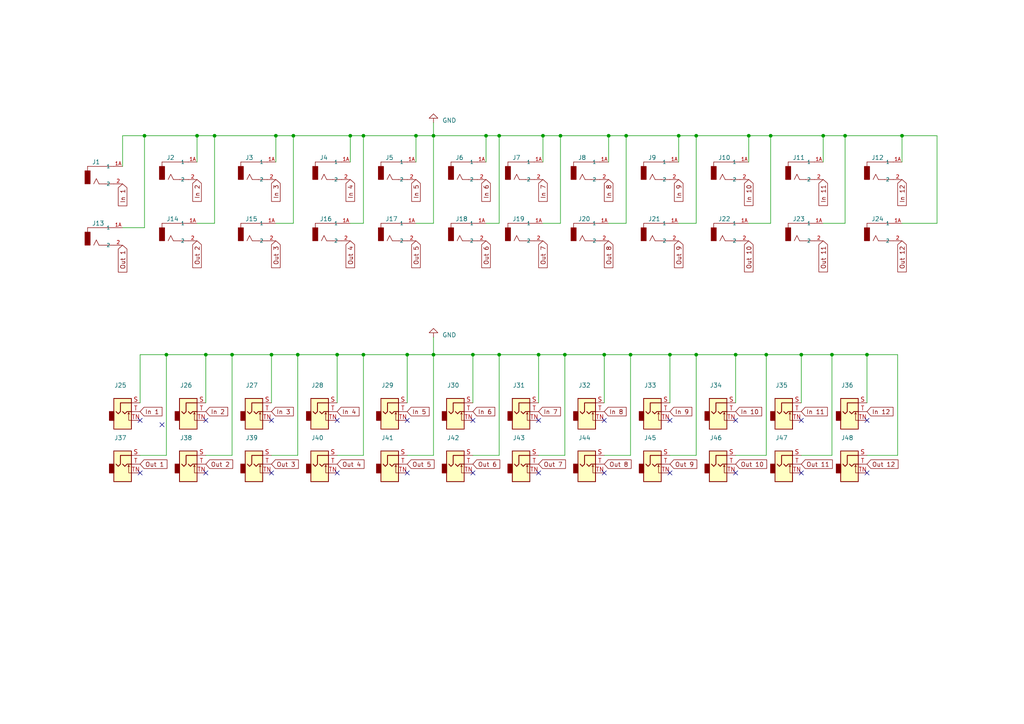
<source format=kicad_sch>
(kicad_sch (version 20230121) (generator eeschema)
  (paper "A4")
  (lib_symbols
    (symbol "Connector_Audio:AudioJack2_SwitchT"
      (property "Reference" "J" (at 0 8.89 0))
      (property "Value" "AudioJack2_SwitchT" (at 0 6.35 0))
      (symbol "AudioJack2_SwitchT_0_1"
        (rectangle (start -2.54 0) (end -3.81 -2.54) (stroke (width 0.254)) (fill (type outline)))
        (polyline (pts (xy 1.778 -0.254) (xy 2.032 -0.762)))
        (polyline (pts (xy 0 0) (xy 0.635 -0.635) (xy 1.27 0) (xy 2.54 0)) (stroke (width 0.254)))
        (polyline (pts (xy 2.54 -2.54) (xy 1.778 -2.54) (xy 1.778 -0.254) (xy 1.524 -0.762)))
        (polyline (pts (xy 2.54 2.54) (xy -0.635 2.54) (xy -0.635 0) (xy -1.27 -0.635) (xy -1.905 0)) (stroke (width 0.254)))
        (rectangle (start 2.54 3.81) (end -2.54 -5.08) (stroke (width 0.254)) (fill (type background)))
      )
      (symbol "AudioJack2_SwitchT_1_1"
        (pin passive line (at 5.08 2.54 180) (length 2.54) (name "~") (number "S"))
        (pin passive line (at 5.08 0 180) (length 2.54) (name "~") (number "T"))
        (pin passive line (at 5.08 -2.54 180) (length 2.54) (name "~") (number "TN"))
      )
    )
    (symbol "RCJ-024:RCJ-024" (pin_names (offset 1.016))
      (property "Reference" "J" (at -2.54 3.81 0))
      (property "Value" "RCJ-024" (at -2.54 -6.35 0))
      (symbol "RCJ-024_0_0"
        (rectangle (start -3.302 -2.54) (end -1.778 1.27) (fill (type outline)))
        (polyline (pts (xy -2.54 2.54) (xy -2.54 1.27)) (stroke (width 0.1524)))
        (polyline (pts (xy 0 -1.016) (xy -0.762 -2.54)) (stroke (width 0.1524)))
        (polyline (pts (xy 0.762 -2.54) (xy 0 -1.016)) (stroke (width 0.1524)))
        (polyline (pts (xy 2.54 -2.54) (xy 0.762 -2.54)) (stroke (width 0.1524)))
        (polyline (pts (xy 5.08 -2.54) (xy 2.54 -2.54)) (stroke (width 0.1524)))
        (polyline (pts (xy 5.08 2.54) (xy -2.54 2.54)) (stroke (width 0.1524)))
        (pin passive line (at 7.62 2.54 180) (length 2.54) (name "1") (number "1A"))
        (pin passive line (at 7.62 -2.54 180) (length 2.54) (name "2") (number "2"))
      )
    )
    (symbol "power:GND" (power) (pin_names (offset 0))
      (property "Value" "GND" (at 0 -3.81 0))
      (symbol "GND_0_1"
        (polyline (pts (xy 0 0) (xy 0 -1.27) (xy 1.27 -1.27) (xy 0 -2.54) (xy -1.27 -1.27) (xy 0 -1.27)))
      )
      (symbol "GND_1_1"
        (pin power_in line (at 0 0 270) (length 0) hide (name "GND") (number "1"))
      )
    )
  )
  (junction (at 201.93 39.37))
  (junction (at 182.88 102.87))
  (junction (at 101.6 39.37))
  (junction (at 196.85 39.37))
  (junction (at 181.61 39.37))
  (junction (at 86.36 102.87))
  (junction (at 217.17 39.37))
  (junction (at 59.69 102.87))
  (junction (at 67.31 102.87))
  (junction (at 261.62 39.37))
  (junction (at 238.76 39.37))
  (junction (at 175.26 102.87))
  (junction (at 48.26 102.87))
  (junction (at 41.91 39.37))
  (junction (at 241.3 102.87))
  (junction (at 232.41 102.87))
  (junction (at 162.56 39.37))
  (junction (at 245.11 39.37))
  (junction (at 222.25 102.87))
  (junction (at 194.31 102.87))
  (junction (at 163.83 102.87))
  (junction (at 157.48 39.37))
  (junction (at 201.93 102.87))
  (junction (at 97.79 102.87))
  (junction (at 120.65 39.37))
  (junction (at 105.41 102.87))
  (junction (at 223.52 39.37))
  (junction (at 144.78 102.87))
  (junction (at 78.74 102.87))
  (junction (at 85.09 39.37))
  (junction (at 105.41 39.37))
  (junction (at 140.97 39.37))
  (junction (at 251.46 102.87))
  (junction (at 125.73 39.37))
  (junction (at 118.11 102.87))
  (junction (at 57.15 39.37))
  (junction (at 80.01 39.37))
  (junction (at 137.16 102.87))
  (junction (at 156.21 102.87))
  (junction (at 62.23 39.37))
  (junction (at 144.78 39.37))
  (junction (at 176.53 39.37))
  (junction (at 125.73 102.87))
  (junction (at 213.36 102.87))
  (no_connect (at 97.79 137.16))
  (no_connect (at 156.21 121.92))
  (no_connect (at 156.21 137.16))
  (no_connect (at 232.41 121.92))
  (no_connect (at 97.79 121.92))
  (no_connect (at 59.69 121.92))
  (no_connect (at 78.74 121.92))
  (no_connect (at 194.31 137.16))
  (no_connect (at 118.11 137.16))
  (no_connect (at 213.36 121.92))
  (no_connect (at 175.26 121.92))
  (no_connect (at 137.16 137.16))
  (no_connect (at 118.11 121.92))
  (no_connect (at 46.99 123.19))
  (no_connect (at 194.31 121.92))
  (no_connect (at 59.69 137.16))
  (no_connect (at 40.64 121.92))
  (no_connect (at 213.36 137.16))
  (no_connect (at 232.41 137.16))
  (no_connect (at 78.74 137.16))
  (no_connect (at 251.46 121.92))
  (no_connect (at 40.64 137.16))
  (no_connect (at 137.16 121.92))
  (no_connect (at 175.26 137.16))
  (no_connect (at 251.46 137.16))
  (wire (pts (xy 120.65 39.37) (xy 125.73 39.37)))
  (wire (pts (xy 137.16 102.87) (xy 137.16 116.84)))
  (wire (pts (xy 182.88 102.87) (xy 194.31 102.87)))
  (wire (pts (xy 105.41 132.08) (xy 105.41 102.87)))
  (wire (pts (xy 86.36 102.87) (xy 97.79 102.87)))
  (wire (pts (xy 62.23 39.37) (xy 80.01 39.37)))
  (wire (pts (xy 157.48 39.37) (xy 144.78 39.37)))
  (wire (pts (xy 59.69 102.87) (xy 67.31 102.87)))
  (wire (pts (xy 181.61 64.77) (xy 181.61 39.37)))
  (wire (pts (xy 175.26 102.87) (xy 182.88 102.87)))
  (wire (pts (xy 162.56 39.37) (xy 157.48 39.37)))
  (wire (pts (xy 125.73 97.79) (xy 125.73 102.87)))
  (wire (pts (xy 120.65 64.77) (xy 125.73 64.77)))
  (wire (pts (xy 78.74 132.08) (xy 86.36 132.08)))
  (wire (pts (xy 86.36 132.08) (xy 86.36 102.87)))
  (wire (pts (xy 40.64 132.08) (xy 48.26 132.08)))
  (wire (pts (xy 118.11 102.87) (xy 118.11 116.84)))
  (wire (pts (xy 261.62 46.99) (xy 261.62 39.37)))
  (wire (pts (xy 118.11 132.08) (xy 125.73 132.08)))
  (wire (pts (xy 48.26 132.08) (xy 48.26 102.87)))
  (wire (pts (xy 176.53 64.77) (xy 181.61 64.77)))
  (wire (pts (xy 162.56 64.77) (xy 162.56 39.37)))
  (wire (pts (xy 260.35 102.87) (xy 251.46 102.87)))
  (wire (pts (xy 222.25 102.87) (xy 232.41 102.87)))
  (wire (pts (xy 260.35 132.08) (xy 260.35 102.87)))
  (wire (pts (xy 41.91 66.04) (xy 41.91 39.37)))
  (wire (pts (xy 140.97 39.37) (xy 125.73 39.37)))
  (wire (pts (xy 105.41 64.77) (xy 105.41 39.37)))
  (wire (pts (xy 57.15 64.77) (xy 62.23 64.77)))
  (wire (pts (xy 156.21 132.08) (xy 163.83 132.08)))
  (wire (pts (xy 137.16 132.08) (xy 144.78 132.08)))
  (wire (pts (xy 137.16 102.87) (xy 125.73 102.87)))
  (wire (pts (xy 140.97 64.77) (xy 144.78 64.77)))
  (wire (pts (xy 35.56 39.37) (xy 41.91 39.37)))
  (wire (pts (xy 78.74 102.87) (xy 86.36 102.87)))
  (wire (pts (xy 222.25 132.08) (xy 222.25 102.87)))
  (wire (pts (xy 57.15 39.37) (xy 57.15 46.99)))
  (wire (pts (xy 271.78 39.37) (xy 261.62 39.37)))
  (wire (pts (xy 144.78 102.87) (xy 156.21 102.87)))
  (wire (pts (xy 238.76 64.77) (xy 245.11 64.77)))
  (wire (pts (xy 245.11 39.37) (xy 238.76 39.37)))
  (wire (pts (xy 157.48 39.37) (xy 157.48 46.99)))
  (wire (pts (xy 163.83 102.87) (xy 175.26 102.87)))
  (wire (pts (xy 80.01 39.37) (xy 85.09 39.37)))
  (wire (pts (xy 144.78 132.08) (xy 144.78 102.87)))
  (wire (pts (xy 78.74 102.87) (xy 78.74 116.84)))
  (wire (pts (xy 125.73 35.56) (xy 125.73 39.37)))
  (wire (pts (xy 213.36 132.08) (xy 222.25 132.08)))
  (wire (pts (xy 125.73 64.77) (xy 125.73 39.37)))
  (wire (pts (xy 144.78 39.37) (xy 140.97 39.37)))
  (wire (pts (xy 140.97 39.37) (xy 140.97 46.99)))
  (wire (pts (xy 105.41 39.37) (xy 120.65 39.37)))
  (wire (pts (xy 97.79 102.87) (xy 105.41 102.87)))
  (wire (pts (xy 101.6 39.37) (xy 105.41 39.37)))
  (wire (pts (xy 175.26 132.08) (xy 182.88 132.08)))
  (wire (pts (xy 251.46 132.08) (xy 260.35 132.08)))
  (wire (pts (xy 40.64 116.84) (xy 40.64 102.87)))
  (wire (pts (xy 35.56 66.04) (xy 41.91 66.04)))
  (wire (pts (xy 232.41 102.87) (xy 232.41 116.84)))
  (wire (pts (xy 217.17 39.37) (xy 217.17 46.99)))
  (wire (pts (xy 223.52 64.77) (xy 223.52 39.37)))
  (wire (pts (xy 156.21 102.87) (xy 163.83 102.87)))
  (wire (pts (xy 182.88 132.08) (xy 182.88 102.87)))
  (wire (pts (xy 232.41 102.87) (xy 241.3 102.87)))
  (wire (pts (xy 181.61 39.37) (xy 176.53 39.37)))
  (wire (pts (xy 157.48 64.77) (xy 162.56 64.77)))
  (wire (pts (xy 261.62 39.37) (xy 245.11 39.37)))
  (wire (pts (xy 80.01 64.77) (xy 85.09 64.77)))
  (wire (pts (xy 213.36 102.87) (xy 222.25 102.87)))
  (wire (pts (xy 57.15 39.37) (xy 62.23 39.37)))
  (wire (pts (xy 217.17 64.77) (xy 223.52 64.77)))
  (wire (pts (xy 118.11 102.87) (xy 125.73 102.87)))
  (wire (pts (xy 97.79 132.08) (xy 105.41 132.08)))
  (wire (pts (xy 194.31 102.87) (xy 194.31 116.84)))
  (wire (pts (xy 176.53 39.37) (xy 162.56 39.37)))
  (wire (pts (xy 196.85 64.77) (xy 201.93 64.77)))
  (wire (pts (xy 35.56 48.26) (xy 35.56 39.37)))
  (wire (pts (xy 62.23 64.77) (xy 62.23 39.37)))
  (wire (pts (xy 59.69 102.87) (xy 59.69 116.84)))
  (wire (pts (xy 67.31 132.08) (xy 67.31 102.87)))
  (wire (pts (xy 261.62 64.77) (xy 271.78 64.77)))
  (wire (pts (xy 85.09 39.37) (xy 101.6 39.37)))
  (wire (pts (xy 40.64 102.87) (xy 48.26 102.87)))
  (wire (pts (xy 223.52 39.37) (xy 217.17 39.37)))
  (wire (pts (xy 241.3 102.87) (xy 251.46 102.87)))
  (wire (pts (xy 201.93 64.77) (xy 201.93 39.37)))
  (wire (pts (xy 194.31 102.87) (xy 201.93 102.87)))
  (wire (pts (xy 85.09 64.77) (xy 85.09 39.37)))
  (wire (pts (xy 251.46 116.84) (xy 251.46 102.87)))
  (wire (pts (xy 156.21 116.84) (xy 156.21 102.87)))
  (wire (pts (xy 41.91 39.37) (xy 57.15 39.37)))
  (wire (pts (xy 101.6 64.77) (xy 105.41 64.77)))
  (wire (pts (xy 201.93 132.08) (xy 201.93 102.87)))
  (wire (pts (xy 271.78 64.77) (xy 271.78 39.37)))
  (wire (pts (xy 196.85 39.37) (xy 196.85 46.99)))
  (wire (pts (xy 245.11 64.77) (xy 245.11 39.37)))
  (wire (pts (xy 175.26 102.87) (xy 175.26 116.84)))
  (wire (pts (xy 48.26 102.87) (xy 59.69 102.87)))
  (wire (pts (xy 144.78 64.77) (xy 144.78 39.37)))
  (wire (pts (xy 241.3 132.08) (xy 241.3 102.87)))
  (wire (pts (xy 201.93 102.87) (xy 213.36 102.87)))
  (wire (pts (xy 176.53 39.37) (xy 176.53 46.99)))
  (wire (pts (xy 120.65 46.99) (xy 120.65 39.37)))
  (wire (pts (xy 105.41 102.87) (xy 118.11 102.87)))
  (wire (pts (xy 101.6 39.37) (xy 101.6 46.99)))
  (wire (pts (xy 125.73 132.08) (xy 125.73 102.87)))
  (wire (pts (xy 213.36 102.87) (xy 213.36 116.84)))
  (wire (pts (xy 201.93 39.37) (xy 196.85 39.37)))
  (wire (pts (xy 238.76 39.37) (xy 223.52 39.37)))
  (wire (pts (xy 238.76 39.37) (xy 238.76 46.99)))
  (wire (pts (xy 232.41 132.08) (xy 241.3 132.08)))
  (wire (pts (xy 67.31 102.87) (xy 78.74 102.87)))
  (wire (pts (xy 163.83 132.08) (xy 163.83 102.87)))
  (wire (pts (xy 217.17 39.37) (xy 201.93 39.37)))
  (wire (pts (xy 196.85 39.37) (xy 181.61 39.37)))
  (wire (pts (xy 97.79 102.87) (xy 97.79 116.84)))
  (wire (pts (xy 59.69 132.08) (xy 67.31 132.08)))
  (wire (pts (xy 80.01 39.37) (xy 80.01 46.99)))
  (wire (pts (xy 194.31 132.08) (xy 201.93 132.08)))
  (wire (pts (xy 137.16 102.87) (xy 144.78 102.87)))
  (global_label "Out 5" (shape input) (at 118.11 134.62 0) (property "Intersheetrefs" "${INTERSHEET_REFS}" (effects hide)))
  (global_label "Out 12" (shape input) (at 261.62 69.85 270) (property "Intersheetrefs" "${INTERSHEET_REFS}" (effects hide)))
  (global_label "In 1" (shape input) (at 35.56 53.34 270) (property "Intersheetrefs" "${INTERSHEET_REFS}" (effects hide)))
  (global_label "In 4" (shape input) (at 101.6 52.07 270) (property "Intersheetrefs" "${INTERSHEET_REFS}" (effects hide)))
  (global_label "In 1" (shape input) (at 40.64 119.38 0) (property "Intersheetrefs" "${INTERSHEET_REFS}" (effects hide)))
  (global_label "Out 9" (shape input) (at 194.31 134.62 0) (property "Intersheetrefs" "${INTERSHEET_REFS}" (effects hide)))
  (global_label "Out 6" (shape input) (at 140.97 69.85 270) (property "Intersheetrefs" "${INTERSHEET_REFS}" (effects hide)))
  (global_label "Out 4" (shape input) (at 101.6 69.85 270) (property "Intersheetrefs" "${INTERSHEET_REFS}" (effects hide)))
  (global_label "In 5" (shape input) (at 118.11 119.38 0) (property "Intersheetrefs" "${INTERSHEET_REFS}" (effects hide)))
  (global_label "Out 5" (shape input) (at 120.65 69.85 270) (property "Intersheetrefs" "${INTERSHEET_REFS}" (effects hide)))
  (global_label "In 12" (shape input) (at 251.46 119.38 0) (property "Intersheetrefs" "${INTERSHEET_REFS}" (effects hide)))
  (global_label "Out 3" (shape input) (at 78.74 134.62 0) (property "Intersheetrefs" "${INTERSHEET_REFS}" (effects hide)))
  (global_label "In 5" (shape input) (at 120.65 52.07 270) (property "Intersheetrefs" "${INTERSHEET_REFS}" (effects hide)))
  (global_label "In 8" (shape input) (at 176.53 52.07 270) (property "Intersheetrefs" "${INTERSHEET_REFS}" (effects hide)))
  (global_label "Out 7" (shape input) (at 156.21 134.62 0) (property "Intersheetrefs" "${INTERSHEET_REFS}" (effects hide)))
  (global_label "Out 7" (shape input) (at 157.48 69.85 270) (property "Intersheetrefs" "${INTERSHEET_REFS}" (effects hide)))
  (global_label "In 3" (shape input) (at 80.01 52.07 270) (property "Intersheetrefs" "${INTERSHEET_REFS}" (effects hide)))
  (global_label "In 11" (shape input) (at 238.76 52.07 270) (property "Intersheetrefs" "${INTERSHEET_REFS}" (effects hide)))
  (global_label "In 7" (shape input) (at 157.48 52.07 270) (property "Intersheetrefs" "${INTERSHEET_REFS}" (effects hide)))
  (global_label "Out 10" (shape input) (at 213.36 134.62 0) (property "Intersheetrefs" "${INTERSHEET_REFS}" (effects hide)))
  (global_label "Out 1" (shape input) (at 35.56 71.12 270) (property "Intersheetrefs" "${INTERSHEET_REFS}" (effects hide)))
  (global_label "In 11" (shape input) (at 232.41 119.38 0) (property "Intersheetrefs" "${INTERSHEET_REFS}" (effects hide)))
  (global_label "In 4" (shape input) (at 97.79 119.38 0) (property "Intersheetrefs" "${INTERSHEET_REFS}" (effects hide)))
  (global_label "In 8" (shape input) (at 175.26 119.38 0) (property "Intersheetrefs" "${INTERSHEET_REFS}" (effects hide)))
  (global_label "Out 8" (shape input) (at 175.26 134.62 0) (property "Intersheetrefs" "${INTERSHEET_REFS}" (effects hide)))
  (global_label "In 10" (shape input) (at 213.36 119.38 0) (property "Intersheetrefs" "${INTERSHEET_REFS}" (effects hide)))
  (global_label "In 6" (shape input) (at 140.97 52.07 270) (property "Intersheetrefs" "${INTERSHEET_REFS}" (effects hide)))
  (global_label "In 6" (shape input) (at 137.16 119.38 0) (property "Intersheetrefs" "${INTERSHEET_REFS}" (effects hide)))
  (global_label "Out 1" (shape input) (at 40.64 134.62 0) (property "Intersheetrefs" "${INTERSHEET_REFS}" (effects hide)))
  (global_label "Out 2" (shape input) (at 57.15 69.85 270) (property "Intersheetrefs" "${INTERSHEET_REFS}" (effects hide)))
  (global_label "In 10" (shape input) (at 217.17 52.07 270) (property "Intersheetrefs" "${INTERSHEET_REFS}" (effects hide)))
  (global_label "In 3" (shape input) (at 78.74 119.38 0) (property "Intersheetrefs" "${INTERSHEET_REFS}" (effects hide)))
  (global_label "In 9" (shape input) (at 194.31 119.38 0) (property "Intersheetrefs" "${INTERSHEET_REFS}" (effects hide)))
  (global_label "In 2" (shape input) (at 59.69 119.38 0) (property "Intersheetrefs" "${INTERSHEET_REFS}" (effects hide)))
  (global_label "In 2" (shape input) (at 57.15 52.07 270) (property "Intersheetrefs" "${INTERSHEET_REFS}" (effects hide)))
  (global_label "Out 9" (shape input) (at 196.85 69.85 270) (property "Intersheetrefs" "${INTERSHEET_REFS}" (effects hide)))
  (global_label "Out 12" (shape input) (at 251.46 134.62 0) (property "Intersheetrefs" "${INTERSHEET_REFS}" (effects hide)))
  (global_label "In 9" (shape input) (at 196.85 52.07 270) (property "Intersheetrefs" "${INTERSHEET_REFS}" (effects hide)))
  (global_label "Out 2" (shape input) (at 59.69 134.62 0) (property "Intersheetrefs" "${INTERSHEET_REFS}" (effects hide)))
  (global_label "Out 3" (shape input) (at 80.01 69.85 270) (property "Intersheetrefs" "${INTERSHEET_REFS}" (effects hide)))
  (global_label "In 7" (shape input) (at 156.21 119.38 0) (property "Intersheetrefs" "${INTERSHEET_REFS}" (effects hide)))
  (global_label "Out 11" (shape input) (at 238.76 69.85 270) (property "Intersheetrefs" "${INTERSHEET_REFS}" (effects hide)))
  (global_label "Out 6" (shape input) (at 137.16 134.62 0) (property "Intersheetrefs" "${INTERSHEET_REFS}" (effects hide)))
  (global_label "Out 8" (shape input) (at 176.53 69.85 270) (property "Intersheetrefs" "${INTERSHEET_REFS}" (effects hide)))
  (global_label "In 12" (shape input) (at 261.62 52.07 270) (property "Intersheetrefs" "${INTERSHEET_REFS}" (effects hide)))
  (global_label "Out 4" (shape input) (at 97.79 134.62 0) (property "Intersheetrefs" "${INTERSHEET_REFS}" (effects hide)))
  (global_label "Out 11" (shape input) (at 232.41 134.62 0) (property "Intersheetrefs" "${INTERSHEET_REFS}" (effects hide)))
  (global_label "Out 10" (shape input) (at 217.17 69.85 270) (property "Intersheetrefs" "${INTERSHEET_REFS}" (effects hide)))
  (symbol (lib_id "Connector_Audio:AudioJack2_SwitchT") (at 246.38 119.38 0) (unit 1)
    (property "Reference" "J36" (at 245.745 111.76 0))
    (property "Value" "AudioJack2" (effects hide))
    (property "Footprint" "Connector_Audio:Jack_3.5mm_QingPu_WQP-PJ398SM_Vertical_CircularHoles" (effects hide))
  )
  (symbol (lib_id "power:GND") (at 125.73 97.79 180) (unit 1)
    (property "Reference" "#PWR025" (effects hide))
    (property "Value" "GND" (at 128.27 97.155 0) (effects (justify right)))
  )
  (symbol (lib_id "Connector_Audio:AudioJack2_SwitchT") (at 92.71 134.62 0) (unit 1)
    (property "Reference" "J40" (at 92.075 127 0))
    (property "Value" "AudioJack2" (effects hide))
    (property "Footprint" "Connector_Audio:Jack_3.5mm_QingPu_WQP-PJ398SM_Vertical_CircularHoles" (effects hide))
  )
  (symbol (lib_id "RCJ-024:RCJ-024") (at 168.91 67.31 0) (unit 1)
    (property "Reference" "J20" (at 167.64 63.5 0) (effects (justify left)))
    (property "Value" "Conn_Coaxial" (effects hide))
    (property "Footprint" "CUI_RCJ-024" (effects hide))
    (property "Datasheet" " ~" (effects hide))
    (property "MANUFACTURER" "CUI Inc" (effects hide))
    (property "STANDARD" "Manufacturer recommendations" (effects hide))
    (property "PART_REV" "B" (effects hide))
  )
  (symbol (lib_id "RCJ-024:RCJ-024") (at 231.14 67.31 0) (unit 1)
    (property "Reference" "J23" (at 229.87 63.5 0) (effects (justify left)))
    (property "Value" "Conn_Coaxial" (effects hide))
    (property "Footprint" "CUI_RCJ-024" (effects hide))
    (property "Datasheet" " ~" (effects hide))
    (property "MANUFACTURER" "CUI Inc" (effects hide))
    (property "STANDARD" "Manufacturer recommendations" (effects hide))
    (property "PART_REV" "B" (effects hide))
  )
  (symbol (lib_id "Connector_Audio:AudioJack2_SwitchT") (at 92.71 119.38 0) (unit 1)
    (property "Reference" "J28" (at 92.075 111.76 0))
    (property "Value" "AudioJack2" (effects hide))
    (property "Footprint" "Connector_Audio:Jack_3.5mm_QingPu_WQP-PJ398SM_Vertical_CircularHoles" (effects hide))
  )
  (symbol (lib_id "RCJ-024:RCJ-024") (at 93.98 67.31 0) (unit 1)
    (property "Reference" "J16" (at 92.71 63.5 0) (effects (justify left)))
    (property "Value" "Conn_Coaxial" (effects hide))
    (property "Footprint" "CUI_RCJ-024" (effects hide))
    (property "Datasheet" " ~" (effects hide))
    (property "MANUFACTURER" "CUI Inc" (effects hide))
    (property "STANDARD" "Manufacturer recommendations" (effects hide))
    (property "PART_REV" "B" (effects hide))
  )
  (symbol (lib_id "RCJ-024:RCJ-024") (at 72.39 49.53 0) (unit 1)
    (property "Reference" "J3" (at 71.12 45.72 0) (effects (justify left)))
    (property "Value" "Conn_Coaxial" (effects hide))
    (property "Footprint" "CUI_RCJ-024" (effects hide))
    (property "Datasheet" " ~" (effects hide))
    (property "MANUFACTURER" "CUI Inc" (effects hide))
    (property "STANDARD" "Manufacturer recommendations" (effects hide))
    (property "PART_REV" "B" (effects hide))
  )
  (symbol (lib_id "power:GND") (at 125.73 35.56 180) (unit 1)
    (property "Reference" "#PWR02" (effects hide))
    (property "Value" "GND" (at 128.27 34.925 0) (effects (justify right)))
  )
  (symbol (lib_id "Connector_Audio:AudioJack2_SwitchT") (at 189.23 134.62 0) (unit 1)
    (property "Reference" "J45" (at 188.595 127 0))
    (property "Value" "AudioJack2" (effects hide))
    (property "Footprint" "Connector_Audio:Jack_3.5mm_QingPu_WQP-PJ398SM_Vertical_CircularHoles" (effects hide))
  )
  (symbol (lib_id "RCJ-024:RCJ-024") (at 72.39 67.31 0) (unit 1)
    (property "Reference" "J15" (at 71.12 63.5 0) (effects (justify left)))
    (property "Value" "Conn_Coaxial" (effects hide))
    (property "Footprint" "CUI_RCJ-024" (effects hide))
    (property "Datasheet" " ~" (effects hide))
    (property "MANUFACTURER" "CUI Inc" (effects hide))
    (property "STANDARD" "Manufacturer recommendations" (effects hide))
    (property "PART_REV" "B" (effects hide))
  )
  (symbol (lib_id "RCJ-024:RCJ-024") (at 133.35 49.53 0) (unit 1)
    (property "Reference" "J6" (at 132.08 45.72 0) (effects (justify left)))
    (property "Value" "Conn_Coaxial" (effects hide))
    (property "Footprint" "CUI_RCJ-024" (effects hide))
    (property "Datasheet" " ~" (effects hide))
    (property "MANUFACTURER" "CUI Inc" (effects hide))
    (property "STANDARD" "Manufacturer recommendations" (effects hide))
    (property "PART_REV" "B" (effects hide))
  )
  (symbol (lib_id "RCJ-024:RCJ-024") (at 254 49.53 0) (unit 1)
    (property "Reference" "J12" (at 252.73 45.72 0) (effects (justify left)))
    (property "Value" "Conn_Coaxial" (effects hide))
    (property "Footprint" "CUI_RCJ-024" (effects hide))
    (property "Datasheet" " ~" (effects hide))
    (property "MANUFACTURER" "CUI Inc" (effects hide))
    (property "STANDARD" "Manufacturer recommendations" (effects hide))
    (property "PART_REV" "B" (effects hide))
  )
  (symbol (lib_id "RCJ-024:RCJ-024") (at 49.53 67.31 0) (unit 1)
    (property "Reference" "J14" (at 48.26 63.5 0) (effects (justify left)))
    (property "Value" "Conn_Coaxial" (effects hide))
    (property "Footprint" "CUI_RCJ-024" (effects hide))
    (property "Datasheet" " ~" (effects hide))
    (property "MANUFACTURER" "CUI Inc" (effects hide))
    (property "STANDARD" "Manufacturer recommendations" (effects hide))
    (property "PART_REV" "B" (effects hide))
  )
  (symbol (lib_id "Connector_Audio:AudioJack2_SwitchT") (at 35.56 119.38 0) (unit 1)
    (property "Reference" "J25" (at 34.925 111.76 0))
    (property "Value" "AudioJack2" (effects hide))
    (property "Footprint" "Connector_Audio:Jack_3.5mm_QingPu_WQP-PJ398SM_Vertical_CircularHoles" (effects hide))
  )
  (symbol (lib_id "RCJ-024:RCJ-024") (at 209.55 49.53 0) (unit 1)
    (property "Reference" "J10" (at 208.28 45.72 0) (effects (justify left)))
    (property "Value" "Conn_Coaxial" (effects hide))
    (property "Footprint" "CUI_RCJ-024" (effects hide))
    (property "Datasheet" " ~" (effects hide))
    (property "MANUFACTURER" "CUI Inc" (effects hide))
    (property "STANDARD" "Manufacturer recommendations" (effects hide))
    (property "PART_REV" "B" (effects hide))
  )
  (symbol (lib_id "Connector_Audio:AudioJack2_SwitchT") (at 35.56 134.62 0) (unit 1)
    (property "Reference" "J37" (at 34.925 127 0))
    (property "Value" "AudioJack2" (effects hide))
    (property "Footprint" "Connector_Audio:Jack_3.5mm_QingPu_WQP-PJ398SM_Vertical_CircularHoles" (effects hide))
  )
  (symbol (lib_id "Connector_Audio:AudioJack2_SwitchT") (at 151.13 119.38 0) (unit 1)
    (property "Reference" "J31" (at 150.495 111.76 0))
    (property "Value" "AudioJack2" (effects hide))
    (property "Footprint" "Connector_Audio:Jack_3.5mm_QingPu_WQP-PJ398SM_Vertical_CircularHoles" (effects hide))
  )
  (symbol (lib_id "RCJ-024:RCJ-024") (at 149.86 67.31 0) (unit 1)
    (property "Reference" "J19" (at 148.59 63.5 0) (effects (justify left)))
    (property "Value" "Conn_Coaxial" (effects hide))
    (property "Footprint" "CUI_RCJ-024" (effects hide))
    (property "Datasheet" " ~" (effects hide))
    (property "MANUFACTURER" "CUI Inc" (effects hide))
    (property "STANDARD" "Manufacturer recommendations" (effects hide))
    (property "PART_REV" "B" (effects hide))
  )
  (symbol (lib_id "RCJ-024:RCJ-024") (at 49.53 49.53 0) (unit 1)
    (property "Reference" "J2" (at 48.26 45.72 0) (effects (justify left)))
    (property "Value" "Conn_Coaxial" (effects hide))
    (property "Footprint" "CUI_RCJ-024" (effects hide))
    (property "Datasheet" " ~" (effects hide))
    (property "MANUFACTURER" "CUI Inc" (effects hide))
    (property "STANDARD" "Manufacturer recommendations" (effects hide))
    (property "PART_REV" "B" (effects hide))
  )
  (symbol (lib_id "Connector_Audio:AudioJack2_SwitchT") (at 151.13 134.62 0) (unit 1)
    (property "Reference" "J43" (at 150.495 127 0))
    (property "Value" "AudioJack2" (effects hide))
    (property "Footprint" "Connector_Audio:Jack_3.5mm_QingPu_WQP-PJ398SM_Vertical_CircularHoles" (effects hide))
  )
  (symbol (lib_id "Connector_Audio:AudioJack2_SwitchT") (at 73.66 134.62 0) (unit 1)
    (property "Reference" "J39" (at 73.025 127 0))
    (property "Value" "AudioJack2" (effects hide))
    (property "Footprint" "Connector_Audio:Jack_3.5mm_QingPu_WQP-PJ398SM_Vertical_CircularHoles" (effects hide))
  )
  (symbol (lib_id "Connector_Audio:AudioJack2_SwitchT") (at 113.03 119.38 0) (unit 1)
    (property "Reference" "J29" (at 112.395 111.76 0))
    (property "Value" "AudioJack2" (effects hide))
    (property "Footprint" "Connector_Audio:Jack_3.5mm_QingPu_WQP-PJ398SM_Vertical_CircularHoles" (effects hide))
  )
  (symbol (lib_id "Connector_Audio:AudioJack2_SwitchT") (at 170.18 119.38 0) (unit 1)
    (property "Reference" "J32" (at 169.545 111.76 0))
    (property "Value" "AudioJack2" (effects hide))
    (property "Footprint" "Connector_Audio:Jack_3.5mm_QingPu_WQP-PJ398SM_Vertical_CircularHoles" (effects hide))
  )
  (symbol (lib_id "Connector_Audio:AudioJack2_SwitchT") (at 73.66 119.38 0) (unit 1)
    (property "Reference" "J27" (at 73.025 111.76 0))
    (property "Value" "AudioJack2" (effects hide))
    (property "Footprint" "Connector_Audio:Jack_3.5mm_QingPu_WQP-PJ398SM_Vertical_CircularHoles" (effects hide))
  )
  (symbol (lib_id "Connector_Audio:AudioJack2_SwitchT") (at 189.23 119.38 0) (unit 1)
    (property "Reference" "J33" (at 188.595 111.76 0))
    (property "Value" "AudioJack2" (effects hide))
    (property "Footprint" "Connector_Audio:Jack_3.5mm_QingPu_WQP-PJ398SM_Vertical_CircularHoles" (effects hide))
  )
  (symbol (lib_id "RCJ-024:RCJ-024") (at 189.23 49.53 0) (unit 1)
    (property "Reference" "J9" (at 187.96 45.72 0) (effects (justify left)))
    (property "Value" "Conn_Coaxial" (effects hide))
    (property "Footprint" "CUI_RCJ-024" (effects hide))
    (property "Datasheet" " ~" (effects hide))
    (property "MANUFACTURER" "CUI Inc" (effects hide))
    (property "STANDARD" "Manufacturer recommendations" (effects hide))
    (property "PART_REV" "B" (effects hide))
  )
  (symbol (lib_id "Connector_Audio:AudioJack2_SwitchT") (at 54.61 119.38 0) (unit 1)
    (property "Reference" "J26" (at 53.975 111.76 0))
    (property "Value" "AudioJack2" (effects hide))
    (property "Footprint" "Connector_Audio:Jack_3.5mm_QingPu_WQP-PJ398SM_Vertical_CircularHoles" (effects hide))
  )
  (symbol (lib_id "RCJ-024:RCJ-024") (at 254 67.31 0) (unit 1)
    (property "Reference" "J24" (at 252.73 63.5 0) (effects (justify left)))
    (property "Value" "Conn_Coaxial" (effects hide))
    (property "Footprint" "CUI_RCJ-024" (effects hide))
    (property "Datasheet" " ~" (effects hide))
    (property "MANUFACTURER" "CUI Inc" (effects hide))
    (property "STANDARD" "Manufacturer recommendations" (effects hide))
    (property "PART_REV" "B" (effects hide))
  )
  (symbol (lib_id "RCJ-024:RCJ-024") (at 113.03 49.53 0) (unit 1)
    (property "Reference" "J5" (at 111.76 45.72 0) (effects (justify left)))
    (property "Value" "Conn_Coaxial" (effects hide))
    (property "Footprint" "CUI_RCJ-024" (effects hide))
    (property "Datasheet" " ~" (effects hide))
    (property "MANUFACTURER" "CUI Inc" (effects hide))
    (property "STANDARD" "Manufacturer recommendations" (effects hide))
    (property "PART_REV" "B" (effects hide))
  )
  (symbol (lib_id "RCJ-024:RCJ-024") (at 231.14 49.53 0) (unit 1)
    (property "Reference" "J11" (at 229.87 45.72 0) (effects (justify left)))
    (property "Value" "Conn_Coaxial" (effects hide))
    (property "Footprint" "CUI_RCJ-024" (effects hide))
    (property "Datasheet" " ~" (effects hide))
    (property "MANUFACTURER" "CUI Inc" (effects hide))
    (property "STANDARD" "Manufacturer recommendations" (effects hide))
    (property "PART_REV" "B" (effects hide))
  )
  (symbol (lib_id "Connector_Audio:AudioJack2_SwitchT") (at 113.03 134.62 0) (unit 1)
    (property "Reference" "J41" (at 112.395 127 0))
    (property "Value" "AudioJack2" (effects hide))
    (property "Footprint" "Connector_Audio:Jack_3.5mm_QingPu_WQP-PJ398SM_Vertical_CircularHoles" (effects hide))
  )
  (symbol (lib_id "RCJ-024:RCJ-024") (at 189.23 67.31 0) (unit 1)
    (property "Reference" "J21" (at 187.96 63.5 0) (effects (justify left)))
    (property "Value" "Conn_Coaxial" (effects hide))
    (property "Footprint" "CUI_RCJ-024" (effects hide))
    (property "Datasheet" " ~" (effects hide))
    (property "MANUFACTURER" "CUI Inc" (effects hide))
    (property "STANDARD" "Manufacturer recommendations" (effects hide))
    (property "PART_REV" "B" (effects hide))
  )
  (symbol (lib_id "RCJ-024:RCJ-024") (at 133.35 67.31 0) (unit 1)
    (property "Reference" "J18" (at 132.08 63.5 0) (effects (justify left)))
    (property "Value" "Conn_Coaxial" (effects hide))
    (property "Footprint" "CUI_RCJ-024" (effects hide))
    (property "Datasheet" " ~" (effects hide))
    (property "MANUFACTURER" "CUI Inc" (effects hide))
    (property "STANDARD" "Manufacturer recommendations" (effects hide))
    (property "PART_REV" "B" (effects hide))
  )
  (symbol (lib_id "Connector_Audio:AudioJack2_SwitchT") (at 132.08 134.62 0) (unit 1)
    (property "Reference" "J42" (at 131.445 127 0))
    (property "Value" "AudioJack2" (effects hide))
    (property "Footprint" "Connector_Audio:Jack_3.5mm_QingPu_WQP-PJ398SM_Vertical_CircularHoles" (effects hide))
  )
  (symbol (lib_id "Connector_Audio:AudioJack2_SwitchT") (at 227.33 119.38 0) (unit 1)
    (property "Reference" "J35" (at 226.695 111.76 0))
    (property "Value" "AudioJack2" (effects hide))
    (property "Footprint" "Connector_Audio:Jack_3.5mm_QingPu_WQP-PJ398SM_Vertical_CircularHoles" (effects hide))
  )
  (symbol (lib_id "RCJ-024:RCJ-024") (at 27.94 50.8 0) (unit 1)
    (property "Reference" "J1" (at 26.67 46.99 0) (effects (justify left)))
    (property "Value" "Conn_Coaxial" (effects hide))
    (property "Footprint" "CUI_RCJ-024" (effects hide))
    (property "Datasheet" " ~" (effects hide))
    (property "MANUFACTURER" "CUI Inc" (effects hide))
    (property "STANDARD" "Manufacturer recommendations" (effects hide))
    (property "PART_REV" "B" (effects hide))
  )
  (symbol (lib_id "Connector_Audio:AudioJack2_SwitchT") (at 208.28 119.38 0) (unit 1)
    (property "Reference" "J34" (at 207.645 111.76 0))
    (property "Value" "AudioJack2" (effects hide))
    (property "Footprint" "Connector_Audio:Jack_3.5mm_QingPu_WQP-PJ398SM_Vertical_CircularHoles" (effects hide))
  )
  (symbol (lib_id "Connector_Audio:AudioJack2_SwitchT") (at 132.08 119.38 0) (unit 1)
    (property "Reference" "J30" (at 131.445 111.76 0))
    (property "Value" "AudioJack2" (effects hide))
    (property "Footprint" "Connector_Audio:Jack_3.5mm_QingPu_WQP-PJ398SM_Vertical_CircularHoles" (effects hide))
  )
  (symbol (lib_id "Connector_Audio:AudioJack2_SwitchT") (at 54.61 134.62 0) (unit 1)
    (property "Reference" "J38" (at 53.975 127 0))
    (property "Value" "AudioJack2" (effects hide))
    (property "Footprint" "Connector_Audio:Jack_3.5mm_QingPu_WQP-PJ398SM_Vertical_CircularHoles" (effects hide))
  )
  (symbol (lib_id "RCJ-024:RCJ-024") (at 93.98 49.53 0) (unit 1)
    (property "Reference" "J4" (at 92.71 45.72 0) (effects (justify left)))
    (property "Value" "Conn_Coaxial" (effects hide))
    (property "Footprint" "CUI_RCJ-024" (effects hide))
    (property "Datasheet" " ~" (effects hide))
    (property "MANUFACTURER" "CUI Inc" (effects hide))
    (property "STANDARD" "Manufacturer recommendations" (effects hide))
    (property "PART_REV" "B" (effects hide))
  )
  (symbol (lib_id "RCJ-024:RCJ-024") (at 27.94 68.58 0) (unit 1)
    (property "Reference" "J13" (at 26.67 64.77 0) (effects (justify left)))
    (property "Value" "Conn_Coaxial" (effects hide))
    (property "Footprint" "CUI_RCJ-024" (effects hide))
    (property "Datasheet" " ~" (effects hide))
    (property "MANUFACTURER" "CUI Inc" (effects hide))
    (property "STANDARD" "Manufacturer recommendations" (effects hide))
    (property "PART_REV" "B" (effects hide))
  )
  (symbol (lib_id "Connector_Audio:AudioJack2_SwitchT") (at 170.18 134.62 0) (unit 1)
    (property "Reference" "J44" (at 169.545 127 0))
    (property "Value" "AudioJack2" (effects hide))
    (property "Footprint" "Connector_Audio:Jack_3.5mm_QingPu_WQP-PJ398SM_Vertical_CircularHoles" (effects hide))
  )
  (symbol (lib_id "RCJ-024:RCJ-024") (at 209.55 67.31 0) (unit 1)
    (property "Reference" "J22" (at 208.28 63.5 0) (effects (justify left)))
    (property "Value" "Conn_Coaxial" (effects hide))
    (property "Footprint" "CUI_RCJ-024" (effects hide))
    (property "Datasheet" " ~" (effects hide))
    (property "MANUFACTURER" "CUI Inc" (effects hide))
    (property "STANDARD" "Manufacturer recommendations" (effects hide))
    (property "PART_REV" "B" (effects hide))
  )
  (symbol (lib_id "RCJ-024:RCJ-024") (at 149.86 49.53 0) (unit 1)
    (property "Reference" "J7" (at 148.59 45.72 0) (effects (justify left)))
    (property "Value" "Conn_Coaxial" (effects hide))
    (property "Footprint" "CUI_RCJ-024" (effects hide))
    (property "Datasheet" " ~" (effects hide))
    (property "MANUFACTURER" "CUI Inc" (effects hide))
    (property "STANDARD" "Manufacturer recommendations" (effects hide))
    (property "PART_REV" "B" (effects hide))
  )
  (symbol (lib_id "Connector_Audio:AudioJack2_SwitchT") (at 208.28 134.62 0) (unit 1)
    (property "Reference" "J46" (at 207.645 127 0))
    (property "Value" "AudioJack2" (effects hide))
    (property "Footprint" "Connector_Audio:Jack_3.5mm_QingPu_WQP-PJ398SM_Vertical_CircularHoles" (effects hide))
  )
  (symbol (lib_id "Connector_Audio:AudioJack2_SwitchT") (at 227.33 134.62 0) (unit 1)
    (property "Reference" "J47" (at 226.695 127 0))
    (property "Value" "AudioJack2" (effects hide))
    (property "Footprint" "Connector_Audio:Jack_3.5mm_QingPu_WQP-PJ398SM_Vertical_CircularHoles" (effects hide))
  )
  (symbol (lib_id "RCJ-024:RCJ-024") (at 168.91 49.53 0) (unit 1)
    (property "Reference" "J8" (at 167.64 45.72 0) (effects (justify left)))
    (property "Value" "Conn_Coaxial" (effects hide))
    (property "Footprint" "CUI_RCJ-024" (effects hide))
    (property "Datasheet" " ~" (effects hide))
    (property "MANUFACTURER" "CUI Inc" (effects hide))
    (property "STANDARD" "Manufacturer recommendations" (effects hide))
    (property "PART_REV" "B" (effects hide))
  )
  (symbol (lib_id "RCJ-024:RCJ-024") (at 113.03 67.31 0) (unit 1)
    (property "Reference" "J17" (at 111.76 63.5 0) (effects (justify left)))
    (property "Value" "Conn_Coaxial" (effects hide))
    (property "Footprint" "CUI_RCJ-024" (effects hide))
    (property "Datasheet" " ~" (effects hide))
    (property "MANUFACTURER" "CUI Inc" (effects hide))
    (property "STANDARD" "Manufacturer recommendations" (effects hide))
    (property "PART_REV" "B" (effects hide))
  )
  (symbol (lib_id "Connector_Audio:AudioJack2_SwitchT") (at 246.38 134.62 0) (unit 1)
    (property "Reference" "J48" (at 245.745 127 0))
    (property "Value" "AudioJack2" (effects hide))
    (property "Footprint" "Connector_Audio:Jack_3.5mm_QingPu_WQP-PJ398SM_Vertical_CircularHoles" (effects hide))
  )
)
</source>
